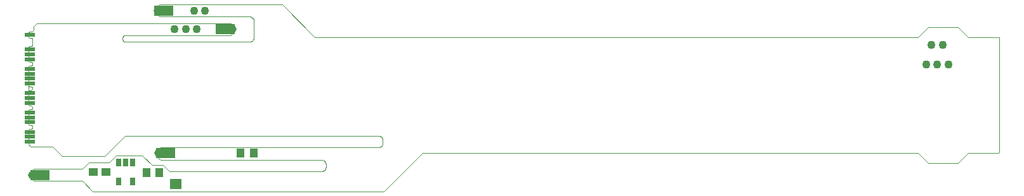
<source format=gbs>
G04 EAGLE Gerber X2 export*
%TF.Part,Single*%
%TF.FileFunction,Other,solder mask bottom*%
%TF.FilePolarity,Positive*%
%TF.GenerationSoftware,Autodesk,EAGLE,9.6.2*%
%TF.CreationDate,2022-04-17T12:17:04Z*%
G75*
%MOMM*%
%FSLAX34Y34*%
%LPD*%
%INsolder mask bottom*%
%AMOC8*
5,1,8,0,0,1.08239X$1,22.5*%
G01*
%ADD10C,0.000000*%
%ADD11R,1.451600X0.551600*%
%ADD12R,1.101600X1.201600*%
%ADD13R,0.800000X1.100000*%
%ADD14R,1.201600X1.101600*%
%ADD15R,2.641600X1.371600*%
%ADD16R,1.625600X1.371600*%
%ADD17C,1.101600*%
%ADD18C,1.141600*%


D10*
X0Y-36000D02*
X3000Y-39000D01*
X32500Y-39000D01*
X0Y113500D02*
X1000Y114500D01*
X0Y113500D02*
X0Y107500D01*
X0Y94000D02*
X0Y75000D01*
X1000Y74000D01*
X4000Y74000D01*
X5000Y73000D01*
X5000Y70000D02*
X4000Y69000D01*
X1000Y69000D01*
X0Y68000D01*
X5000Y70000D02*
X5000Y73000D01*
X0Y68000D02*
X0Y42500D01*
X1000Y41500D01*
X4000Y41500D01*
X5000Y40500D01*
X5000Y37500D02*
X4000Y36500D01*
X1000Y36500D01*
X0Y35500D01*
X5000Y37500D02*
X5000Y40500D01*
X0Y42000D02*
X0Y35500D01*
X0Y16500D02*
X1000Y15500D01*
X4000Y15500D01*
X5000Y14500D01*
X5000Y11500D02*
X4000Y10500D01*
X1000Y10500D01*
X0Y9500D01*
X5000Y11500D02*
X5000Y14500D01*
X0Y-16500D02*
X0Y-36000D01*
X0Y-9500D02*
X0Y9500D01*
X0Y16500D02*
X0Y35500D01*
X0Y-9500D02*
X1000Y-10500D01*
X4000Y-10500D02*
X5000Y-11500D01*
X4000Y-10500D02*
X1000Y-10500D01*
X5000Y-11500D02*
X5000Y-14500D01*
X4000Y-15500D01*
X1000Y-15500D01*
X0Y-16500D01*
X1000Y106500D02*
X0Y107500D01*
X1000Y106500D02*
X4000Y106500D01*
X5000Y105500D01*
X5000Y96000D01*
X4000Y95000D01*
X1000Y95000D01*
X0Y94000D01*
X1000Y114500D02*
X5000Y114500D01*
X7500Y117000D01*
X7500Y122000D01*
X11500Y126000D01*
X270000Y126000D01*
X272000Y124000D01*
X272000Y112000D01*
X270000Y110000D01*
X129000Y110000D01*
X126000Y107000D02*
X126000Y104000D01*
X129000Y101000D02*
X295000Y101000D01*
X301000Y108000D02*
X301000Y128000D01*
X295000Y135000D02*
X175000Y135000D01*
X173000Y137000D01*
X173000Y149000D01*
X175000Y151000D01*
X339000Y151000D01*
X382500Y107500D01*
X1295500Y107500D02*
X1296000Y107000D01*
X1296000Y-46500D01*
X1295000Y-47500D01*
X1295500Y107500D02*
X1254000Y107500D01*
X1187000Y107500D02*
X382500Y107500D01*
X129000Y110000D02*
X128893Y109998D01*
X128786Y109992D01*
X128679Y109983D01*
X128573Y109969D01*
X128467Y109952D01*
X128362Y109931D01*
X128258Y109907D01*
X128155Y109878D01*
X128053Y109846D01*
X127952Y109811D01*
X127852Y109772D01*
X127754Y109729D01*
X127657Y109683D01*
X127562Y109633D01*
X127469Y109580D01*
X127378Y109524D01*
X127289Y109464D01*
X127202Y109402D01*
X127118Y109336D01*
X127035Y109267D01*
X126956Y109196D01*
X126879Y109121D01*
X126804Y109044D01*
X126733Y108965D01*
X126664Y108882D01*
X126598Y108798D01*
X126536Y108711D01*
X126476Y108622D01*
X126420Y108531D01*
X126367Y108438D01*
X126317Y108343D01*
X126271Y108246D01*
X126228Y108148D01*
X126189Y108048D01*
X126154Y107947D01*
X126122Y107845D01*
X126093Y107742D01*
X126069Y107638D01*
X126048Y107533D01*
X126031Y107427D01*
X126017Y107321D01*
X126008Y107214D01*
X126002Y107107D01*
X126000Y107000D01*
X126000Y104000D02*
X126002Y103893D01*
X126008Y103786D01*
X126017Y103679D01*
X126031Y103573D01*
X126048Y103467D01*
X126069Y103362D01*
X126093Y103258D01*
X126122Y103155D01*
X126154Y103053D01*
X126189Y102952D01*
X126228Y102852D01*
X126271Y102754D01*
X126317Y102657D01*
X126367Y102562D01*
X126420Y102469D01*
X126476Y102378D01*
X126536Y102289D01*
X126598Y102202D01*
X126664Y102118D01*
X126733Y102035D01*
X126804Y101956D01*
X126879Y101879D01*
X126956Y101804D01*
X127035Y101733D01*
X127118Y101664D01*
X127202Y101598D01*
X127289Y101536D01*
X127378Y101476D01*
X127469Y101420D01*
X127562Y101367D01*
X127657Y101317D01*
X127754Y101271D01*
X127852Y101228D01*
X127952Y101189D01*
X128053Y101154D01*
X128155Y101122D01*
X128258Y101093D01*
X128362Y101069D01*
X128467Y101048D01*
X128573Y101031D01*
X128679Y101017D01*
X128786Y101008D01*
X128893Y101002D01*
X129000Y101000D01*
X295000Y101000D02*
X295159Y101014D01*
X295318Y101033D01*
X295477Y101055D01*
X295635Y101081D01*
X295792Y101110D01*
X295948Y101144D01*
X296104Y101181D01*
X296258Y101223D01*
X296412Y101268D01*
X296564Y101316D01*
X296715Y101369D01*
X296865Y101425D01*
X297014Y101485D01*
X297160Y101549D01*
X297306Y101616D01*
X297449Y101686D01*
X297591Y101760D01*
X297731Y101838D01*
X297869Y101919D01*
X298005Y102003D01*
X298139Y102091D01*
X298270Y102182D01*
X298400Y102276D01*
X298527Y102373D01*
X298651Y102474D01*
X298774Y102577D01*
X298893Y102684D01*
X299010Y102793D01*
X299124Y102905D01*
X299235Y103020D01*
X299344Y103137D01*
X299450Y103257D01*
X299552Y103380D01*
X299652Y103505D01*
X299748Y103633D01*
X299842Y103763D01*
X299932Y103895D01*
X300019Y104030D01*
X300102Y104166D01*
X300182Y104305D01*
X300259Y104445D01*
X300332Y104587D01*
X300402Y104731D01*
X300468Y104877D01*
X300531Y105024D01*
X300590Y105173D01*
X300645Y105323D01*
X300696Y105475D01*
X300744Y105627D01*
X300788Y105781D01*
X300829Y105936D01*
X300865Y106092D01*
X300898Y106248D01*
X300926Y106406D01*
X300951Y106564D01*
X300972Y106722D01*
X300990Y106881D01*
X301003Y107041D01*
X301012Y107201D01*
X301018Y107360D01*
X301019Y107520D01*
X301017Y107680D01*
X301010Y107840D01*
X301000Y108000D01*
X301000Y128000D02*
X301021Y128153D01*
X301039Y128306D01*
X301053Y128459D01*
X301063Y128613D01*
X301069Y128767D01*
X301071Y128921D01*
X301069Y129074D01*
X301064Y129228D01*
X301054Y129382D01*
X301041Y129535D01*
X301023Y129688D01*
X301002Y129841D01*
X300977Y129993D01*
X300948Y130144D01*
X300915Y130294D01*
X300879Y130444D01*
X300839Y130592D01*
X300795Y130740D01*
X300747Y130886D01*
X300695Y131031D01*
X300640Y131175D01*
X300581Y131317D01*
X300519Y131458D01*
X300453Y131597D01*
X300384Y131735D01*
X300311Y131870D01*
X300235Y132004D01*
X300155Y132136D01*
X300072Y132265D01*
X299986Y132393D01*
X299896Y132518D01*
X299804Y132641D01*
X299708Y132762D01*
X299609Y132880D01*
X299508Y132996D01*
X299403Y133109D01*
X299296Y133219D01*
X299186Y133326D01*
X299073Y133431D01*
X298957Y133533D01*
X298839Y133632D01*
X298719Y133728D01*
X298596Y133820D01*
X298471Y133910D01*
X298343Y133996D01*
X298214Y134080D01*
X298082Y134159D01*
X297949Y134236D01*
X297813Y134309D01*
X297676Y134378D01*
X297537Y134445D01*
X297396Y134507D01*
X297254Y134566D01*
X297110Y134621D01*
X296965Y134673D01*
X296819Y134721D01*
X296672Y134765D01*
X296523Y134806D01*
X296374Y134843D01*
X296223Y134876D01*
X296072Y134905D01*
X295920Y134930D01*
X295768Y134951D01*
X295615Y134969D01*
X295461Y134982D01*
X295308Y134992D01*
X295154Y134998D01*
X295000Y135000D01*
X102000Y-52000D02*
X45500Y-52000D01*
X32500Y-39000D01*
X102000Y-52000D02*
X129000Y-25000D01*
X473000Y-31000D02*
X473000Y-34000D01*
X467000Y-40000D02*
X176000Y-40000D01*
X174000Y-42000D01*
X174000Y-55000D01*
X176000Y-57000D01*
X467000Y-24999D02*
X467148Y-24990D01*
X467296Y-24985D01*
X467445Y-24983D01*
X467593Y-24985D01*
X467741Y-24992D01*
X467889Y-25002D01*
X468036Y-25016D01*
X468184Y-25034D01*
X468330Y-25056D01*
X468476Y-25082D01*
X468621Y-25112D01*
X468766Y-25145D01*
X468909Y-25183D01*
X469052Y-25224D01*
X469193Y-25269D01*
X469333Y-25317D01*
X469472Y-25370D01*
X469609Y-25426D01*
X469745Y-25485D01*
X469879Y-25549D01*
X470011Y-25615D01*
X470142Y-25686D01*
X470270Y-25759D01*
X470397Y-25836D01*
X470521Y-25917D01*
X470644Y-26000D01*
X470764Y-26087D01*
X470882Y-26177D01*
X470997Y-26270D01*
X471110Y-26367D01*
X471220Y-26466D01*
X471328Y-26568D01*
X471432Y-26672D01*
X471534Y-26780D01*
X471633Y-26890D01*
X471730Y-27003D01*
X471823Y-27118D01*
X471913Y-27236D01*
X472000Y-27356D01*
X472083Y-27479D01*
X472164Y-27603D01*
X472241Y-27730D01*
X472314Y-27858D01*
X472385Y-27989D01*
X472451Y-28121D01*
X472515Y-28255D01*
X472574Y-28391D01*
X472630Y-28528D01*
X472683Y-28667D01*
X472731Y-28807D01*
X472776Y-28948D01*
X472817Y-29091D01*
X472855Y-29234D01*
X472888Y-29379D01*
X472918Y-29524D01*
X472944Y-29670D01*
X472966Y-29816D01*
X472984Y-29964D01*
X472998Y-30111D01*
X473008Y-30259D01*
X473015Y-30407D01*
X473017Y-30555D01*
X473015Y-30704D01*
X473010Y-30852D01*
X473001Y-31000D01*
X473001Y-34000D02*
X473010Y-34148D01*
X473015Y-34296D01*
X473017Y-34445D01*
X473015Y-34593D01*
X473008Y-34741D01*
X472998Y-34889D01*
X472984Y-35036D01*
X472966Y-35184D01*
X472944Y-35330D01*
X472918Y-35476D01*
X472888Y-35621D01*
X472855Y-35766D01*
X472817Y-35909D01*
X472776Y-36052D01*
X472731Y-36193D01*
X472683Y-36333D01*
X472630Y-36472D01*
X472574Y-36609D01*
X472515Y-36745D01*
X472451Y-36879D01*
X472385Y-37011D01*
X472314Y-37142D01*
X472241Y-37270D01*
X472164Y-37397D01*
X472083Y-37521D01*
X472000Y-37644D01*
X471913Y-37764D01*
X471823Y-37882D01*
X471730Y-37997D01*
X471633Y-38110D01*
X471534Y-38220D01*
X471432Y-38328D01*
X471328Y-38432D01*
X471220Y-38534D01*
X471110Y-38633D01*
X470997Y-38730D01*
X470882Y-38823D01*
X470764Y-38913D01*
X470644Y-39000D01*
X470521Y-39083D01*
X470397Y-39164D01*
X470270Y-39241D01*
X470142Y-39314D01*
X470011Y-39385D01*
X469879Y-39451D01*
X469745Y-39515D01*
X469609Y-39574D01*
X469472Y-39630D01*
X469333Y-39683D01*
X469193Y-39731D01*
X469052Y-39776D01*
X468909Y-39817D01*
X468766Y-39855D01*
X468621Y-39888D01*
X468476Y-39918D01*
X468330Y-39944D01*
X468184Y-39966D01*
X468036Y-39984D01*
X467889Y-39998D01*
X467741Y-40008D01*
X467593Y-40015D01*
X467445Y-40017D01*
X467296Y-40015D01*
X467148Y-40010D01*
X467000Y-40001D01*
X467000Y-25000D02*
X129000Y-25000D01*
X7000Y-85000D02*
X5000Y-83000D01*
X5000Y-71000D01*
X7000Y-69000D01*
X72000Y-69000D01*
X81000Y-60000D01*
X108000Y-60000D01*
X117000Y-51000D01*
X152000Y-51000D01*
X165000Y-64000D01*
X180000Y-64000D01*
X391000Y-56999D02*
X391148Y-56990D01*
X391296Y-56985D01*
X391445Y-56983D01*
X391593Y-56985D01*
X391741Y-56992D01*
X391889Y-57002D01*
X392036Y-57016D01*
X392184Y-57034D01*
X392330Y-57056D01*
X392476Y-57082D01*
X392621Y-57112D01*
X392766Y-57145D01*
X392909Y-57183D01*
X393052Y-57224D01*
X393193Y-57269D01*
X393333Y-57317D01*
X393472Y-57370D01*
X393609Y-57426D01*
X393745Y-57485D01*
X393879Y-57549D01*
X394011Y-57615D01*
X394142Y-57686D01*
X394270Y-57759D01*
X394397Y-57836D01*
X394521Y-57917D01*
X394644Y-58000D01*
X394764Y-58087D01*
X394882Y-58177D01*
X394997Y-58270D01*
X395110Y-58367D01*
X395220Y-58466D01*
X395328Y-58568D01*
X395432Y-58672D01*
X395534Y-58780D01*
X395633Y-58890D01*
X395730Y-59003D01*
X395823Y-59118D01*
X395913Y-59236D01*
X396000Y-59356D01*
X396083Y-59479D01*
X396164Y-59603D01*
X396241Y-59730D01*
X396314Y-59858D01*
X396385Y-59989D01*
X396451Y-60121D01*
X396515Y-60255D01*
X396574Y-60391D01*
X396630Y-60528D01*
X396683Y-60667D01*
X396731Y-60807D01*
X396776Y-60948D01*
X396817Y-61091D01*
X396855Y-61234D01*
X396888Y-61379D01*
X396918Y-61524D01*
X396944Y-61670D01*
X396966Y-61816D01*
X396984Y-61964D01*
X396998Y-62111D01*
X397008Y-62259D01*
X397015Y-62407D01*
X397017Y-62555D01*
X397015Y-62704D01*
X397010Y-62852D01*
X397001Y-63000D01*
X397000Y-63000D02*
X397000Y-66000D01*
X397001Y-66000D02*
X397010Y-66148D01*
X397015Y-66296D01*
X397017Y-66445D01*
X397015Y-66593D01*
X397008Y-66741D01*
X396998Y-66889D01*
X396984Y-67036D01*
X396966Y-67184D01*
X396944Y-67330D01*
X396918Y-67476D01*
X396888Y-67621D01*
X396855Y-67766D01*
X396817Y-67909D01*
X396776Y-68052D01*
X396731Y-68193D01*
X396683Y-68333D01*
X396630Y-68472D01*
X396574Y-68609D01*
X396515Y-68745D01*
X396451Y-68879D01*
X396385Y-69011D01*
X396314Y-69142D01*
X396241Y-69270D01*
X396164Y-69397D01*
X396083Y-69521D01*
X396000Y-69644D01*
X395913Y-69764D01*
X395823Y-69882D01*
X395730Y-69997D01*
X395633Y-70110D01*
X395534Y-70220D01*
X395432Y-70328D01*
X395328Y-70432D01*
X395220Y-70534D01*
X395110Y-70633D01*
X394997Y-70730D01*
X394882Y-70823D01*
X394764Y-70913D01*
X394644Y-71000D01*
X394521Y-71083D01*
X394397Y-71164D01*
X394270Y-71241D01*
X394142Y-71314D01*
X394011Y-71385D01*
X393879Y-71451D01*
X393745Y-71515D01*
X393609Y-71574D01*
X393472Y-71630D01*
X393333Y-71683D01*
X393193Y-71731D01*
X393052Y-71776D01*
X392909Y-71817D01*
X392766Y-71855D01*
X392621Y-71888D01*
X392476Y-71918D01*
X392330Y-71944D01*
X392184Y-71966D01*
X392036Y-71984D01*
X391889Y-71998D01*
X391741Y-72008D01*
X391593Y-72015D01*
X391445Y-72017D01*
X391296Y-72015D01*
X391148Y-72010D01*
X391000Y-72001D01*
X391000Y-72000D02*
X188000Y-72000D01*
X180000Y-64000D01*
X176000Y-57000D02*
X391000Y-57000D01*
X72000Y-85000D02*
X7000Y-85000D01*
X72000Y-85000D02*
X86000Y-99000D01*
X474500Y-99000D01*
X526000Y-47500D01*
X1187000Y-47500D02*
X1200500Y-61000D01*
X1240500Y-61000D01*
X1254000Y-47500D01*
X1295000Y-47500D01*
X1187000Y-47500D02*
X526000Y-47500D01*
X1187000Y107500D02*
X1200500Y121000D01*
X1240500Y121000D01*
X1254000Y107500D01*
D11*
X2000Y91000D03*
X2000Y84500D03*
X2000Y78000D03*
X2000Y65000D03*
X2000Y58500D03*
X2000Y52000D03*
X2000Y45500D03*
X2000Y32500D03*
X2000Y26000D03*
X2000Y19500D03*
X2000Y6500D03*
X2000Y0D03*
X2000Y-6500D03*
X2000Y-19500D03*
X2000Y-26000D03*
X2000Y-32500D03*
X2000Y110500D03*
D12*
X157500Y-74000D03*
X174500Y-74000D03*
X283500Y-48000D03*
X300500Y-48000D03*
D13*
X120500Y-86000D03*
X139500Y-86000D03*
X139500Y-60000D03*
X130000Y-60000D03*
X120500Y-60000D03*
D14*
X103500Y-73000D03*
X86500Y-73000D03*
D15*
X183500Y-48000D03*
X15500Y-77000D03*
X262500Y118000D03*
X181000Y143000D03*
D16*
X197000Y-89000D03*
D17*
X20000Y-77000D03*
X258000Y118000D03*
X225000Y118000D03*
X210000Y118000D03*
X195000Y118000D03*
X1228000Y71000D03*
X1213000Y71000D03*
X1198000Y71000D03*
X188000Y-48000D03*
X187000Y143000D03*
X221000Y143000D03*
X236000Y143000D03*
X1220000Y97000D03*
X1205000Y97000D03*
D18*
X272000Y118000D03*
X173000Y143000D03*
X174000Y-48000D03*
X5000Y-77000D03*
M02*

</source>
